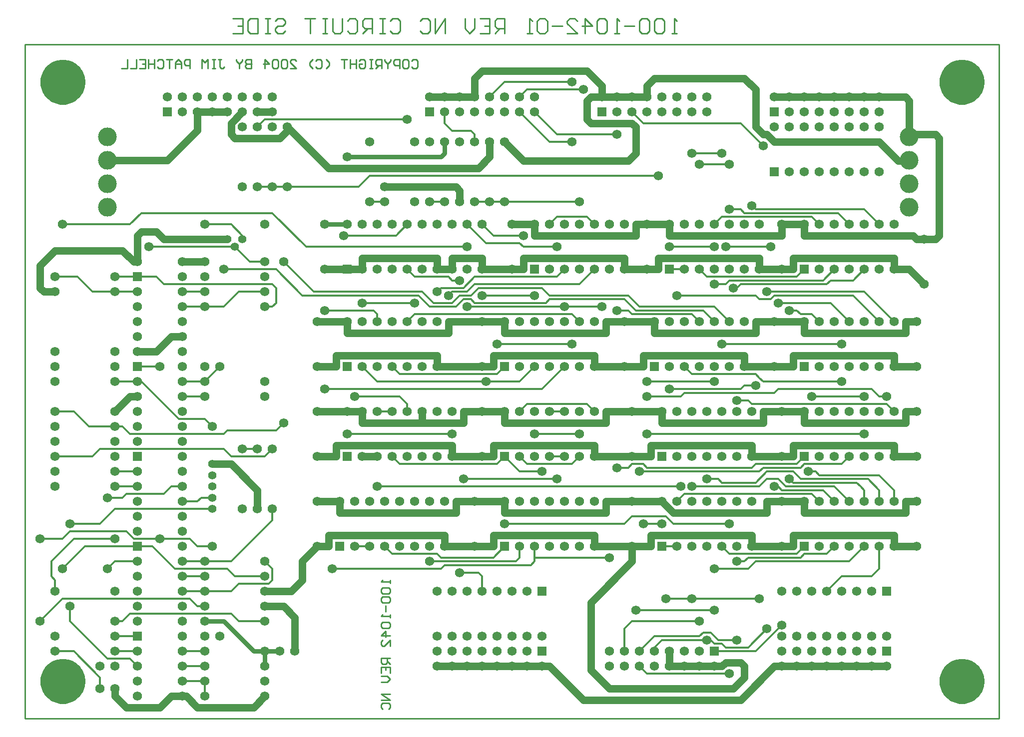
<source format=gbl>
*%FSLAX23Y23*%
*%MOIN*%
G01*
%ADD11C,0.007*%
%ADD12C,0.008*%
%ADD13C,0.010*%
%ADD14C,0.012*%
%ADD15C,0.020*%
%ADD16C,0.024*%
%ADD17C,0.030*%
%ADD18C,0.032*%
%ADD19C,0.036*%
%ADD20C,0.050*%
%ADD21C,0.052*%
%ADD22C,0.055*%
%ADD23C,0.056*%
%ADD24C,0.061*%
%ADD25C,0.062*%
%ADD26C,0.068*%
%ADD27C,0.070*%
%ADD28C,0.090*%
%ADD29C,0.125*%
%ADD30C,0.131*%
%ADD31C,0.140*%
%ADD32C,0.160*%
%ADD33C,0.250*%
%ADD34R,0.062X0.062*%
%ADD35R,0.068X0.068*%
D13*
X10852Y10066D02*
X10885D01*
X10868D02*
X10852D01*
X10868D02*
Y10166D01*
X10869D01*
X10868D02*
X10885Y10149D01*
X10802D02*
X10785Y10166D01*
X10752D01*
X10735Y10149D01*
Y10083D01*
X10752Y10066D01*
X10785D01*
X10802Y10083D01*
Y10149D01*
X10702D02*
X10685Y10166D01*
X10652D01*
X10635Y10149D01*
Y10083D01*
X10652Y10066D01*
X10685D01*
X10702Y10083D01*
Y10149D01*
X10602Y10116D02*
X10535D01*
X10502Y10066D02*
X10468D01*
X10485D01*
Y10166D01*
X10486D01*
X10485D02*
X10502Y10149D01*
X10418D02*
X10402Y10166D01*
X10368D01*
X10352Y10149D01*
Y10083D01*
X10368Y10066D01*
X10402D01*
X10418Y10083D01*
Y10149D01*
X10269Y10166D02*
Y10066D01*
X10319Y10116D02*
X10269Y10166D01*
X10252Y10116D02*
X10319D01*
X10219Y10066D02*
X10152D01*
X10219D02*
X10152Y10133D01*
Y10149D01*
X10169Y10166D01*
X10202D01*
X10219Y10149D01*
X10119Y10116D02*
X10052D01*
X10019Y10149D02*
X10002Y10166D01*
X9969D01*
X9952Y10149D01*
Y10083D01*
X9969Y10066D01*
X10002D01*
X10019Y10083D01*
Y10149D01*
X9919Y10066D02*
X9885D01*
X9902D01*
Y10166D01*
X9903D01*
X9902D02*
X9919Y10149D01*
X9735Y10166D02*
Y10066D01*
Y10166D02*
X9685D01*
X9669Y10149D01*
Y10116D01*
X9685Y10099D01*
X9735D01*
X9702D02*
X9669Y10066D01*
X9635Y10166D02*
X9569D01*
X9635D02*
Y10066D01*
X9569D01*
X9602Y10116D02*
X9635D01*
X9535Y10099D02*
Y10166D01*
Y10099D02*
X9502Y10066D01*
X9469Y10099D01*
Y10166D01*
X9336D02*
Y10066D01*
X9269D02*
X9336Y10166D01*
X9269D02*
Y10066D01*
X9169Y10149D02*
X9186Y10166D01*
X9219D01*
X9236Y10149D01*
Y10083D01*
X9219Y10066D01*
X9186D01*
X9169Y10083D01*
X8986Y10166D02*
X8969Y10149D01*
X8986Y10166D02*
X9019D01*
X9036Y10149D01*
Y10083D01*
X9019Y10066D01*
X8986D01*
X8969Y10083D01*
X8936Y10166D02*
X8902D01*
X8919D01*
Y10066D01*
X8936D01*
X8902D01*
X8852D02*
Y10166D01*
X8802D01*
X8786Y10149D01*
Y10116D01*
X8802Y10099D01*
X8852D01*
X8819D02*
X8786Y10066D01*
X8686Y10149D02*
X8702Y10166D01*
X8736D01*
X8752Y10149D01*
Y10083D01*
X8736Y10066D01*
X8702D01*
X8686Y10083D01*
X8652D02*
Y10166D01*
Y10083D02*
X8636Y10066D01*
X8602D01*
X8586Y10083D01*
Y10166D01*
X8552D02*
X8519D01*
X8536D01*
Y10066D01*
X8552D01*
X8519D01*
X8469Y10166D02*
X8402D01*
X8436D01*
Y10066D01*
X8219Y10166D02*
X8203Y10149D01*
X8219Y10166D02*
X8253D01*
X8269Y10149D01*
Y10133D01*
X8253Y10116D01*
X8219D01*
X8203Y10099D01*
Y10083D01*
X8219Y10066D01*
X8253D01*
X8269Y10083D01*
X8169Y10166D02*
X8136D01*
X8153D01*
Y10066D01*
X8169D01*
X8136D01*
X8086D02*
Y10166D01*
Y10066D02*
X8036D01*
X8019Y10083D01*
Y10149D01*
X8036Y10166D01*
X8086D01*
X7986D02*
X7919D01*
X7986D02*
Y10066D01*
X7919D01*
X7953Y10116D02*
X7986D01*
X8970Y6416D02*
Y6396D01*
Y6406D01*
X8910D01*
X8911D01*
X8910D02*
X8920Y6416D01*
Y6366D02*
X8910Y6356D01*
Y6336D01*
X8920Y6326D01*
X8960D01*
X8970Y6336D01*
Y6356D01*
X8960Y6366D01*
X8920D01*
Y6306D02*
X8910Y6296D01*
Y6276D01*
X8920Y6266D01*
X8960D01*
X8970Y6276D01*
Y6296D01*
X8960Y6306D01*
X8920D01*
X8940Y6246D02*
Y6206D01*
X8970Y6186D02*
Y6166D01*
Y6176D01*
X8910D01*
X8911D01*
X8910D02*
X8920Y6186D01*
Y6136D02*
X8910Y6126D01*
Y6106D01*
X8920Y6096D01*
X8960D01*
X8970Y6106D01*
Y6126D01*
X8960Y6136D01*
X8920D01*
X8910Y6046D02*
X8970D01*
X8940Y6076D02*
X8910Y6046D01*
X8940Y6036D02*
Y6076D01*
X8970Y6016D02*
Y5976D01*
Y6016D02*
X8930Y5976D01*
X8920D01*
X8910Y5986D01*
Y6006D01*
X8920Y6016D01*
X8910Y5896D02*
X8970D01*
X8910D02*
Y5866D01*
X8920Y5856D01*
X8940D01*
X8950Y5866D01*
Y5896D01*
Y5876D02*
X8970Y5856D01*
X8910Y5836D02*
Y5796D01*
Y5836D02*
X8970D01*
Y5796D01*
X8940Y5816D02*
Y5836D01*
X8950Y5776D02*
X8910D01*
X8950D02*
X8970Y5756D01*
X8950Y5736D01*
X8910D01*
Y5656D02*
X8970D01*
Y5616D02*
X8910Y5656D01*
Y5616D02*
X8970D01*
X8920Y5556D02*
X8910Y5566D01*
Y5586D01*
X8920Y5596D01*
X8960D01*
X8970Y5586D01*
Y5566D01*
X8960Y5556D01*
X9115Y9881D02*
X9125Y9891D01*
X9145D01*
X9155Y9881D01*
Y9841D01*
X9145Y9831D01*
X9125D01*
X9115Y9841D01*
X9085Y9891D02*
X9065D01*
X9085D02*
X9095Y9881D01*
Y9841D01*
X9085Y9831D01*
X9065D01*
X9055Y9841D01*
Y9881D01*
X9065Y9891D01*
X9035D02*
Y9831D01*
Y9891D02*
X9005D01*
X8995Y9881D01*
Y9861D01*
X9005Y9851D01*
X9035D01*
X8975Y9881D02*
Y9891D01*
Y9881D02*
X8955Y9861D01*
X8935Y9881D01*
Y9891D01*
X8955Y9861D02*
Y9831D01*
X8915D02*
Y9891D01*
X8885D01*
X8875Y9881D01*
Y9861D01*
X8885Y9851D01*
X8915D01*
X8895D02*
X8875Y9831D01*
X8855Y9891D02*
X8835D01*
X8845D01*
Y9831D01*
X8855D01*
X8835D01*
X8775Y9891D02*
X8765Y9881D01*
X8775Y9891D02*
X8795D01*
X8805Y9881D01*
Y9841D01*
X8795Y9831D01*
X8775D01*
X8765Y9841D01*
Y9861D01*
X8785D01*
X8745Y9891D02*
Y9831D01*
Y9861D01*
X8705D01*
Y9891D01*
Y9831D01*
X8685Y9891D02*
X8645D01*
X8665D01*
Y9831D01*
X8565Y9851D02*
X8545Y9831D01*
X8565Y9851D02*
Y9871D01*
X8545Y9891D01*
X8485D02*
X8475Y9881D01*
X8485Y9891D02*
X8505D01*
X8515Y9881D01*
Y9841D01*
X8505Y9831D01*
X8485D01*
X8475Y9841D01*
X8455Y9831D02*
X8435Y9851D01*
Y9871D01*
X8455Y9891D01*
X8345Y9831D02*
X8305D01*
X8345D02*
X8305Y9871D01*
Y9881D01*
X8315Y9891D01*
X8335D01*
X8345Y9881D01*
X8285D02*
X8275Y9891D01*
X8255D01*
X8245Y9881D01*
Y9841D01*
X8255Y9831D01*
X8275D01*
X8285Y9841D01*
Y9881D01*
X8225D02*
X8215Y9891D01*
X8195D01*
X8185Y9881D01*
Y9841D01*
X8195Y9831D01*
X8215D01*
X8225Y9841D01*
Y9881D01*
X8135Y9891D02*
Y9831D01*
X8165Y9861D02*
X8135Y9891D01*
X8125Y9861D02*
X8165D01*
X8045Y9891D02*
Y9831D01*
X8015D01*
X8005Y9841D01*
Y9851D01*
X8015Y9861D01*
X8045D01*
X8046D01*
X8045D02*
X8046D01*
X8045D02*
X8046D01*
X8045D02*
X8015D01*
X8005Y9871D01*
Y9881D01*
X8015Y9891D01*
X8045D01*
X7985D02*
Y9881D01*
X7965Y9861D01*
X7945Y9881D01*
Y9891D01*
X7965Y9861D02*
Y9831D01*
X7845Y9891D02*
X7825D01*
X7835D02*
X7845D01*
X7835D02*
Y9841D01*
X7845Y9831D01*
X7855D01*
X7865Y9841D01*
X7805Y9891D02*
X7785D01*
X7795D01*
Y9831D01*
X7805D01*
X7785D01*
X7755D02*
Y9891D01*
X7735Y9871D01*
X7715Y9891D01*
Y9831D01*
X7635D02*
Y9891D01*
X7606D01*
X7596Y9881D01*
Y9861D01*
X7606Y9851D01*
X7635D01*
X7576Y9831D02*
Y9871D01*
X7556Y9891D01*
X7536Y9871D01*
Y9831D01*
Y9861D01*
X7576D01*
X7516Y9891D02*
X7476D01*
X7496D01*
Y9831D01*
X7426Y9891D02*
X7416Y9881D01*
X7426Y9891D02*
X7446D01*
X7456Y9881D01*
Y9841D01*
X7446Y9831D01*
X7426D01*
X7416Y9841D01*
X7396Y9831D02*
Y9891D01*
Y9861D02*
Y9831D01*
Y9861D02*
X7356D01*
Y9891D01*
Y9831D01*
X7336Y9891D02*
X7296D01*
X7336D02*
Y9831D01*
X7296D01*
X7316Y9861D02*
X7336D01*
X7276Y9891D02*
Y9831D01*
X7236D01*
X7216D02*
Y9891D01*
Y9831D02*
X7176D01*
X13035Y9991D02*
Y5491D01*
X6535D02*
Y9991D01*
Y5491D02*
X13035D01*
Y9991D02*
X6535D01*
D14*
X9985Y7691D02*
X10135Y7841D01*
X11485Y6091D02*
X11360Y5966D01*
X6785Y6291D02*
X6635Y6141D01*
X7910Y6541D02*
X8185Y6816D01*
X6860Y6691D02*
X6710Y6541D01*
X6785Y6491D02*
X6935Y6641D01*
X11410Y5941D02*
X11585Y6116D01*
X8460Y8341D02*
X8260Y8541D01*
X8410Y8641D02*
X8185Y8866D01*
X9835Y9541D02*
X10035Y9341D01*
X8385Y8316D02*
X8210Y8491D01*
X12135Y8341D02*
X12335Y8141D01*
X12235D02*
X12060Y8316D01*
X11910Y8266D02*
X12035Y8141D01*
X7560Y7491D02*
X7310Y7741D01*
X6835Y6141D02*
X7085Y5891D01*
X7035Y5766D02*
X6860Y5941D01*
X9610Y8666D02*
X9485Y8791D01*
X10085Y9391D02*
X9935Y9541D01*
X7735Y5741D02*
X7585D01*
Y5841D02*
X7735D01*
X10685Y5791D02*
X11235D01*
X6735Y6341D02*
Y6416D01*
X6710Y6441D02*
Y6541D01*
X6835Y6241D02*
Y6141D01*
X6785Y6691D02*
X6835Y6741D01*
X6710Y6441D02*
X6735Y6416D01*
X6960Y7441D02*
X6860Y7541D01*
X6985Y8341D02*
X6885Y8441D01*
X10785Y6016D02*
X11085D01*
X11110D01*
X11135Y5991D02*
X11185D01*
X11210Y5966D02*
X11360D01*
X7235Y5891D02*
X7085D01*
X6860Y5941D02*
X6735D01*
X7585D02*
X7735D01*
X7285Y6041D02*
X7135D01*
Y5941D02*
X7285D01*
X11160Y6016D02*
X11285D01*
X11035Y6041D02*
X10735D01*
X11135Y5941D02*
X11410D01*
X7035Y5766D02*
Y5691D01*
X7085Y6491D02*
X7135Y6541D01*
X6985Y7241D02*
X7035Y7291D01*
X7135Y6891D02*
X7035Y6791D01*
X7685Y6241D02*
X7735D01*
X7960Y6141D02*
X8135D01*
X7185D02*
X7135D01*
X7235Y6191D02*
X7910D01*
X10585Y6141D02*
X11035D01*
X11060Y6066D02*
X11110D01*
X11135Y6216D02*
X10610D01*
X7310Y8866D02*
X7235Y8791D01*
X7210Y6991D02*
X7185Y6966D01*
X7235Y6191D02*
X7185Y6141D01*
X7235Y7391D02*
X7185Y7441D01*
X7210Y6741D02*
X7260Y6691D01*
X7235Y5891D02*
X7285Y5841D01*
X10985Y6291D02*
X11435D01*
X7635D02*
X6785D01*
X7735Y6341D02*
X7910D01*
X7735D02*
X7585D01*
X7960Y6391D02*
X8160D01*
X8135Y6441D02*
X7935D01*
X11985D02*
X12185D01*
X7735D02*
X7585D01*
X10810Y6291D02*
X10985D01*
X7510Y7041D02*
X7460Y6991D01*
X7385Y6641D02*
X7435Y6591D01*
X7535Y6491D01*
X7460Y8391D02*
X7410Y8441D01*
X7685Y6641D02*
X7785D01*
X10785D02*
X10885D01*
X8835D02*
X8735D01*
X8985Y6591D02*
X9285D01*
X9310Y6566D02*
X9660D01*
X9810Y6541D02*
X9235D01*
X9935Y6566D02*
X10435D01*
X9910Y6516D02*
X9860D01*
X9835D01*
X9335D01*
X9310Y6491D02*
X8585D01*
X9435Y6466D02*
X9560D01*
X7910Y6541D02*
X7735D01*
X7585D01*
X7285D02*
X7135D01*
X7285Y6641D02*
X7385D01*
X7285D02*
X6935D01*
X7535Y6491D02*
X7885D01*
X11235Y6591D02*
X11685D01*
X11735D02*
X11885D01*
X11710Y6566D02*
X11360D01*
X11335Y6541D02*
X11285D01*
X11410D02*
X12035D01*
X11360Y6491D02*
X11135D01*
X7710Y6966D02*
X7685Y6941D01*
X7635Y6691D02*
X7685Y6641D01*
X7635Y6291D02*
X7685Y6241D01*
X10860Y6791D02*
X11235D01*
X10535D02*
X9735D01*
X10660D02*
X10785D01*
X7635Y6691D02*
X7435D01*
X6785D02*
X6635D01*
X7260D02*
X7635D01*
X7210Y6741D02*
X6835D01*
X6860Y6691D02*
X7135D01*
X7035Y6791D02*
X6835D01*
X7735Y5741D02*
Y5641D01*
X7860Y7391D02*
X7885Y7416D01*
X7860Y8241D02*
X7960Y8341D01*
X7835Y7841D02*
X7735Y7741D01*
Y7491D02*
X7785Y7441D01*
X7860Y7291D02*
X7910Y7241D01*
X10585Y6841D02*
X10810D01*
X7185Y6966D02*
X7085D01*
X7210Y6991D02*
X7460D01*
X10935D02*
X11785D01*
X7685Y6941D02*
X7585D01*
X7710Y6966D02*
X7785D01*
Y6891D02*
X7135D01*
X11585Y7016D02*
X11860D01*
X7985Y8691D02*
Y8716D01*
X7960Y6391D02*
X7910Y6341D01*
Y6191D02*
X7960Y6141D01*
X7935Y6441D02*
X7885Y6491D01*
X7985Y8716D02*
X7910Y8791D01*
X7935Y8641D02*
X8035Y8541D01*
X9460Y7091D02*
X10085D01*
X10185Y7191D02*
X9885D01*
X9835Y7141D02*
X9985D01*
X10910Y7041D02*
X8885D01*
X11735Y7191D02*
X11985D01*
X11710Y7166D02*
X11460D01*
X11760Y7141D02*
X11810D01*
X11835Y7116D02*
X12235D01*
X10560Y7166D02*
X10485D01*
X10585Y7191D02*
X10660D01*
X10685Y7166D02*
X11385D01*
X11410Y7191D02*
X11685D01*
X11435Y7141D02*
X10635D01*
X9685Y7191D02*
X9035D01*
X7585Y7041D02*
X7510D01*
X11660Y7066D02*
X12085D01*
X11935Y7041D02*
X11610D01*
X11560Y7091D02*
X11485D01*
X11435Y7041D02*
X10985D01*
X11710Y7091D02*
X12160D01*
X11660Y7141D02*
X11485D01*
X11410Y7066D02*
X11185D01*
X11160Y7091D02*
X11085D01*
X7285Y7041D02*
X7135D01*
Y7141D02*
X7285D01*
X11535Y7041D02*
X11560D01*
X8185Y6891D02*
Y6816D01*
Y6491D02*
Y6416D01*
X8210Y8266D02*
Y8366D01*
X8260Y7466D02*
X8210Y7416D01*
X8085Y9441D02*
X8135Y9491D01*
X8185Y6416D02*
X8160Y6391D01*
X8135Y7241D02*
X8185Y7291D01*
Y8241D02*
X8210Y8266D01*
X8135Y6541D02*
X8185Y6491D01*
X8210Y8366D02*
X8185Y8391D01*
X7860Y7391D02*
X7235D01*
X7885Y7416D02*
X8210D01*
X9935Y7391D02*
X10235D01*
X10135Y7241D02*
X10035D01*
X9385Y7391D02*
X8685D01*
X8085Y7291D02*
X7985D01*
X6985Y7241D02*
X6735D01*
X7910D02*
X8135D01*
X7860Y7291D02*
X7035D01*
X10685Y7391D02*
X12135D01*
X7185Y7441D02*
X7135D01*
X6960D01*
X9885Y7591D02*
X10285D01*
X10135Y7541D02*
X10035D01*
X8985D02*
X8885D01*
X7735Y7491D02*
X7560D01*
X6860Y7541D02*
X6735D01*
X11285Y7616D02*
X11360D01*
X11385Y7591D02*
X12285D01*
X9985Y7691D02*
X8535D01*
X11335Y7716D02*
X11410D01*
X9835Y7741D02*
X9610D01*
X9835D02*
X8885D01*
X10835Y7691D02*
X11310D01*
Y7666D02*
X10935D01*
X11310D02*
X11360D01*
X11135Y7741D02*
X10685D01*
X10985Y7791D02*
X11410D01*
X11460Y7741D02*
X11985D01*
X10910Y7641D02*
X10685D01*
X11360Y7666D02*
X11535D01*
X11560Y7691D02*
X12185D01*
X12235Y7641D02*
X12285D01*
X9685Y7791D02*
X9035D01*
Y7641D02*
X8735D01*
X7310Y7741D02*
X7285D01*
X7135D01*
X7585Y7641D02*
X7735D01*
Y7741D02*
X7585D01*
X11785Y7641D02*
X12135D01*
X8835Y9116D02*
X8760Y9041D01*
X8860Y8216D02*
X8885Y8191D01*
X8785Y7841D02*
X8885Y7741D01*
X9685Y7991D02*
X10185D01*
X7435Y7841D02*
X7285D01*
X11185Y7991D02*
X11985D01*
X8885Y8141D02*
Y8191D01*
X9010Y8716D02*
X9085Y8791D01*
X8935Y6641D02*
X8985Y6591D01*
X9035Y7791D02*
X8985Y7841D01*
Y7241D02*
X9035Y7191D01*
X9085Y7591D02*
X9035Y7641D01*
X9135Y8191D02*
X10185D01*
X11710D02*
X11785D01*
X10985D02*
X10585D01*
X9085Y7591D02*
Y7541D01*
Y8141D02*
X9135Y8191D01*
X9260Y8266D02*
X9185Y8341D01*
X9160Y8316D02*
X9235Y8241D01*
X9135Y8441D02*
X9085Y8491D01*
X9560Y8366D02*
X9985D01*
X10035Y8316D02*
X10560D01*
X10635Y8241D02*
X11135D01*
X9185Y8341D02*
X8460D01*
X9260Y8266D02*
X9385D01*
X9435Y8316D02*
X9510D01*
X9485Y8341D02*
X9385D01*
X9535Y8391D02*
X10235D01*
X9935Y8316D02*
X9585D01*
X9160D02*
X8385D01*
X9235Y8241D02*
X9410D01*
X9460Y8291D02*
X9510D01*
X8835Y8266D02*
X8785D01*
X8860Y8216D02*
X8535D01*
X10485D02*
X10560D01*
X10385Y8241D02*
X10135D01*
X9485D01*
X9535Y8266D02*
X10010D01*
X10035Y8291D02*
X10535D01*
X10610Y8216D02*
X11060D01*
X10885Y8316D02*
X11410D01*
X11435Y8291D02*
X11510D01*
X11535Y8316D02*
X11560D01*
X12060D01*
X12135Y8341D02*
X11485D01*
X11560Y8266D02*
X11910D01*
X11685Y8216D02*
X11635D01*
X11210Y8391D02*
X11135D01*
X11310D02*
X11885D01*
X11285Y8366D02*
X11260D01*
X7735Y8341D02*
X7585D01*
X7960D02*
X8135D01*
X7735Y8241D02*
X7585D01*
X7735D02*
X7860D01*
X7285Y8341D02*
X7135D01*
X6985D01*
X7460Y8391D02*
X8185D01*
Y8241D02*
X8135D01*
X8835Y8266D02*
X9135D01*
X9310Y8366D02*
X9460D01*
X9335Y9466D02*
Y9541D01*
X9435Y8316D02*
X9385Y8266D01*
X9360Y8316D02*
X9385Y8341D01*
X9460Y8291D02*
X9410Y8241D01*
X9335Y6516D02*
X9310Y6491D01*
X9285Y8341D02*
X9310Y8366D01*
X9360Y8441D02*
X9385Y8416D01*
X9285Y6591D02*
X9310Y6566D01*
X9385Y9416D02*
X9335Y9466D01*
X10835Y8491D02*
X10935D01*
X10085Y8441D02*
X9535D01*
X9435Y8416D02*
X9385D01*
X9360Y8441D02*
X9135D01*
X8210Y8491D02*
X7860D01*
X11085Y8441D02*
X11685D01*
X11860Y8416D02*
X11235D01*
X11910D02*
X12060D01*
X6885Y8441D02*
X6735D01*
X8035Y8541D02*
X8135D01*
X7285Y8441D02*
X7135D01*
X7285D02*
X7410D01*
X9585Y6441D02*
Y6341D01*
X9535Y9341D02*
Y9391D01*
X9560Y8366D02*
X9510Y8316D01*
X9485Y8341D02*
X9535Y8391D01*
Y8441D02*
X9460Y8366D01*
X9635Y9641D02*
X9735Y9741D01*
X9510Y8291D02*
X9535Y8266D01*
X9560Y6466D02*
X9585Y6441D01*
X9535Y9391D02*
X9510Y9416D01*
X9635Y8741D02*
X9660Y8716D01*
X9635Y8741D02*
X9585Y8791D01*
X7235D02*
X6785D01*
X8410Y8641D02*
X9485D01*
X7910Y8791D02*
X7835D01*
X7735D01*
X7935Y8641D02*
X7360D01*
X8660Y8716D02*
X9010D01*
X9660D02*
X9860D01*
X9835Y8666D02*
X9610D01*
X9860Y8641D02*
X10085D01*
X10835D02*
X11135D01*
X11210D02*
X11510D01*
X9835Y6641D02*
Y6566D01*
Y7741D02*
X9935Y7841D01*
X9835Y9641D02*
X9885Y9691D01*
X9735Y7241D02*
X9685Y7191D01*
X9835Y7541D02*
X9885Y7591D01*
X9735Y6641D02*
X9660Y6566D01*
X9810Y6541D02*
X9835Y6566D01*
X9685Y7791D02*
X9735Y7841D01*
X9835Y7241D02*
X9885Y7191D01*
X9835Y7141D02*
X9735Y7241D01*
X9860Y8641D02*
X9835Y8666D01*
X8185Y8866D02*
X7310D01*
X8835Y8941D02*
X8935D01*
X9235D02*
X9335D01*
X11185Y8841D02*
X11785D01*
X11960Y8866D02*
X11335D01*
X11310Y8891D02*
X11235D01*
X11410D02*
X12135D01*
X10285Y8841D02*
X10085D01*
X10235Y8941D02*
X9735D01*
X9635D02*
X9535D01*
X9635D02*
X9735D01*
X9935Y6641D02*
Y6566D01*
Y6541D01*
X10010Y8266D02*
X10035Y8291D01*
X9935Y6541D02*
X9910Y6516D01*
X10035Y8791D02*
X10085Y8841D01*
X9985Y8366D02*
X10035Y8316D01*
X8185Y9041D02*
X8085D01*
X8835Y9116D02*
X10760D01*
X8285Y9041D02*
X8185D01*
X8285D02*
X8760D01*
X10085Y8441D02*
X10135Y8491D01*
X10235Y7241D02*
X10185Y7191D01*
X10235Y8141D02*
X10185Y8191D01*
X10060Y9341D02*
X10035D01*
X10060D02*
X10185D01*
X11035Y9191D02*
X11235D01*
X11185Y9266D02*
X10985D01*
X10335Y8491D02*
X10235Y8391D01*
X10285Y7591D02*
X10335Y7541D01*
Y8791D02*
X10285Y8841D01*
X10660Y9466D02*
X11310D01*
X9085Y9491D02*
X8135D01*
X9385Y9416D02*
X9510D01*
X10085Y9391D02*
X10485D01*
X10535Y6091D02*
Y5941D01*
Y6791D02*
X10585Y6841D01*
X10560Y7166D02*
X10585Y7191D01*
Y6141D02*
X10535Y6091D01*
X10635Y8241D02*
X10560Y8316D01*
X10535Y8291D02*
X10610Y8216D01*
X10660Y9466D02*
X10585Y9541D01*
X10560Y8216D02*
X10585Y8191D01*
X10185Y9741D02*
X9735D01*
X9885Y9691D02*
X10260D01*
X10735Y5966D02*
Y5941D01*
Y5966D02*
X10785Y6016D01*
X10735Y6041D02*
X10635Y5941D01*
X10860Y6791D02*
X10810Y6841D01*
X10685Y7166D02*
X10660Y7191D01*
X10635Y5841D02*
X10685Y5791D01*
X10910Y7641D02*
X10935Y7666D01*
Y6991D02*
X10885Y6941D01*
X10985Y7791D02*
X10935Y7841D01*
X11035Y8141D02*
X10985Y8191D01*
X11135Y8791D02*
X11185Y8841D01*
X11235Y8416D02*
X11210Y8391D01*
X11060Y6066D02*
X11035Y6041D01*
X11235Y8141D02*
X11135Y8241D01*
X11060Y8216D02*
X11135Y8141D01*
X11110Y6016D02*
X11135Y5991D01*
X11185D02*
X11210Y5966D01*
X11085Y8441D02*
X11035Y8491D01*
X11185Y6641D02*
X11235Y6591D01*
X11185Y7066D02*
X11160Y7091D01*
X11135Y6041D02*
X11160Y6016D01*
X11135Y6041D02*
X11110Y6066D01*
X11310Y7691D02*
X11335Y7716D01*
X11410Y7191D02*
X11385Y7166D01*
X11285Y8366D02*
X11310Y8391D01*
X11360Y6566D02*
X11335Y6541D01*
X11360Y6491D02*
X11410Y6541D01*
Y9366D02*
X11310Y9466D01*
Y8891D02*
X11335Y8866D01*
X11385Y8916D02*
X11410Y8891D01*
X11360Y7616D02*
X11385Y7591D01*
X11510Y8291D02*
X11535Y8316D01*
X11460Y7166D02*
X11435Y7141D01*
X11535Y7666D02*
X11560Y7691D01*
X11485Y7091D02*
X11435Y7041D01*
X11410Y7066D02*
X11485Y7141D01*
X11435Y8291D02*
X11410Y8316D01*
Y7791D02*
X11435Y7766D01*
X11460Y7741D01*
X11560Y7091D02*
X11610Y7041D01*
X11460Y9316D02*
X11410Y9366D01*
X11560Y7041D02*
X11585Y7016D01*
X11710Y7166D02*
X11735Y7191D01*
X11685D02*
X11735Y7241D01*
X11685Y8441D02*
X11735Y8491D01*
Y6641D02*
X11685Y6591D01*
X11710Y6566D02*
X11735Y6591D01*
X11835Y8141D02*
X11785Y8191D01*
X11710D02*
X11685Y8216D01*
X11835Y8791D02*
X11785Y8841D01*
X11635Y7091D02*
X11660Y7066D01*
X11785Y6991D02*
X11835Y6941D01*
X11710Y7091D02*
X11660Y7141D01*
X11985Y7191D02*
X12035Y7241D01*
X11860Y8416D02*
X11935Y8491D01*
X11910Y8416D02*
X11885Y8391D01*
X11985Y6441D02*
X11885Y6341D01*
Y6591D02*
X11935Y6641D01*
X11835Y7116D02*
X11810Y7141D01*
X12035Y8791D02*
X11960Y8866D01*
X11860Y7016D02*
X11935Y6941D01*
Y7041D02*
X12035Y6941D01*
X12135D02*
Y7016D01*
X12060Y8416D02*
X12135Y8491D01*
X12235Y6491D02*
X12185Y6441D01*
X12035Y6541D02*
X12135Y6641D01*
X12235Y7641D02*
X12185Y7691D01*
X12235Y8791D02*
X12135Y8891D01*
X12110Y7041D02*
X12135Y7016D01*
X12110Y7041D02*
X12085Y7066D01*
X12160Y7091D02*
X12235Y7016D01*
X12335D02*
Y6941D01*
X12235Y6641D02*
Y6491D01*
Y6941D02*
Y7016D01*
Y7116D02*
X12335Y7016D01*
Y7541D02*
X12285Y7591D01*
D17*
X9335Y9266D02*
X9310Y9241D01*
X7860Y6141D02*
X8060Y5941D01*
X8135D01*
X8235D01*
X7860Y6141D02*
X7735D01*
X8135Y5941D02*
Y5841D01*
X9335Y9266D02*
Y9341D01*
X8685Y8791D02*
X8535D01*
X8685Y9241D02*
X9310D01*
D20*
X8135Y5641D02*
X8060Y5566D01*
X8235Y9366D02*
X8285Y9416D01*
X9535Y9766D02*
X9585Y9816D01*
X7510Y8041D02*
X7410Y7941D01*
X7485Y9219D02*
X7685Y9419D01*
X7910Y9466D02*
X7985Y9541D01*
X7510Y5641D02*
X7435Y5566D01*
X12610Y8691D02*
X12635Y8716D01*
X10610Y9266D02*
X10560Y9216D01*
X10285Y9616D02*
X10310Y9641D01*
X7235Y7641D02*
X7135Y7541D01*
X6635Y8516D02*
X6735Y8616D01*
X8385Y6416D02*
X8310Y6341D01*
X8385Y6541D02*
X8485Y6641D01*
X11310Y5616D02*
X11535Y5841D01*
X11210Y5866D02*
X11185Y5841D01*
X11260Y5691D02*
X11335Y5766D01*
X10585Y6541D02*
X10310Y6266D01*
X7310Y8741D02*
X7285Y8716D01*
X10685Y9716D02*
X10735Y9766D01*
X9635Y9241D02*
X9560Y9166D01*
X7610Y5641D02*
X7685Y5566D01*
X8560Y9166D02*
X8285Y9441D01*
X9410Y9041D02*
X9435Y9016D01*
X10285Y9816D02*
X10385Y9716D01*
X10785Y6941D02*
X10860Y6866D01*
X8335Y6166D02*
X8260Y6241D01*
X8085Y7016D02*
X7910Y7191D01*
X7935Y9366D02*
X7910Y9391D01*
X7135Y5641D02*
X7210Y5566D01*
X12610Y9391D02*
X12635Y9366D01*
X12435Y9616D02*
X12410Y9641D01*
X12460Y8716D02*
X12485Y8691D01*
X12435Y8491D02*
X12535Y8391D01*
X10610Y9441D02*
X10585Y9466D01*
X10310D02*
X10285Y9491D01*
X9860Y9216D02*
X9735Y9341D01*
X6660Y8341D02*
X6635Y8366D01*
X10035Y5841D02*
X10260Y5616D01*
X11310Y5866D02*
X11335Y5841D01*
X10435Y5691D02*
X10310Y5816D01*
X7460Y8691D02*
X7410Y8741D01*
X7260Y8541D02*
X7185Y8616D01*
X11335Y9766D02*
X11410Y9691D01*
Y9441D02*
X11460Y9391D01*
X11485D02*
X11535Y9341D01*
X12235D02*
X12360Y9216D01*
X7610Y5641D02*
X7585D01*
X7685Y5566D02*
X8060D01*
X7585Y5641D02*
X7510D01*
X7435Y5566D02*
X7210D01*
X10260Y5616D02*
X11310D01*
X6635Y8366D02*
Y8516D01*
X9685Y5841D02*
X9785D01*
X9885D01*
X11585D02*
X11685D01*
X10935D02*
X10835D01*
X10935D02*
X11035D01*
X11135D01*
X9485D02*
X9385D01*
X9285D01*
X9485D02*
X9585D01*
X9685D01*
X9885D02*
X9985D01*
X11685D02*
X11785D01*
X11885D01*
X11985D01*
X12085D01*
X12185D01*
X12285D01*
X11585D02*
X11535D01*
X10035D02*
X9785D01*
X11135D02*
X11185D01*
X11260Y5691D02*
X10435D01*
X11210Y5866D02*
X11310D01*
X8260Y6241D02*
X8135D01*
X7135Y5691D02*
Y5641D01*
X7285Y8541D02*
Y8716D01*
X8135Y6341D02*
X8310D01*
X9335Y6641D02*
X9535D01*
X9660D01*
X10335D02*
X10585D01*
X10710D01*
X11385D02*
X11585D01*
X11660D01*
X12335D02*
X12485D01*
X8560D02*
X8485D01*
X7685Y9419D02*
Y9541D01*
X8560Y6716D02*
X9335D01*
X9660D02*
X10335D01*
X10710D02*
X11385D01*
X11660D02*
X12335D01*
X11485Y6866D02*
X10860D01*
X11585Y6941D02*
X11735D01*
X12410D02*
X12485D01*
X12410Y6866D02*
X11735D01*
X11585Y6941D02*
X11485D01*
X10785D02*
X10585D01*
X10410D01*
X9735D02*
X9535D01*
X9735Y6866D02*
X10410D01*
X9535Y6941D02*
X9410D01*
X8635D02*
X8485D01*
X8635Y6866D02*
X9410D01*
X7910Y9391D02*
Y9466D01*
Y7191D02*
X7785D01*
X8085Y7016D02*
Y6891D01*
X8785Y7241D02*
X8885D01*
X9385D02*
X9585D01*
X8610D02*
X8485D01*
X8610Y7316D02*
X9385D01*
X9585Y7241D02*
X9660D01*
X10335D02*
X10585D01*
X10335Y7316D02*
X9660D01*
X10585Y7241D02*
X10710D01*
X11385D02*
X11585D01*
X11385Y7316D02*
X10710D01*
X11585Y7241D02*
X11660D01*
X12335D02*
X12485D01*
X12335Y7316D02*
X11660D01*
X8285Y9416D02*
Y9441D01*
X8385Y6541D02*
Y6416D01*
X8335Y6166D02*
Y5941D01*
X8685Y7541D02*
X8785D01*
X11585D02*
X11735D01*
X12410D02*
X12485D01*
X12410Y7466D02*
X11735D01*
X11585Y7541D02*
X11460D01*
X10785D02*
X10585D01*
X10785Y7466D02*
X11460D01*
X9735Y7541D02*
X9585D01*
X9460D01*
Y7466D02*
X9185D01*
X10410Y7541D02*
X10585D01*
X10410Y7466D02*
X9735D01*
X9185D02*
X8785D01*
X8685Y7541D02*
X8485D01*
X8610Y7841D02*
Y7916D01*
Y7316D02*
Y7241D01*
X8635Y6941D02*
Y6866D01*
X8560Y6716D02*
Y6641D01*
X7285Y7641D02*
X7235D01*
X8785Y8491D02*
Y8566D01*
Y7541D02*
Y7466D01*
X8685Y8066D02*
Y8141D01*
X7410Y7941D02*
X7285D01*
X9285Y7841D02*
X9585D01*
X8610D02*
X8485D01*
X8610Y7916D02*
X9285D01*
X9585Y7841D02*
X9660D01*
X10335D02*
X10535D01*
X10335Y7916D02*
X9660D01*
X10535Y7841D02*
X10660D01*
X11335D02*
X11535D01*
X11335Y7916D02*
X10660D01*
X11535Y7841D02*
X11660D01*
X12335D02*
X12485D01*
X12335Y7916D02*
X11660D01*
X7585Y8041D02*
X7510D01*
X11535Y8141D02*
X11735D01*
X12410D02*
X12485D01*
X12410Y8066D02*
X11735D01*
X11535Y8141D02*
X11410D01*
X10735D02*
X10535D01*
X10735Y8066D02*
X11410D01*
X10535Y8141D02*
X10410D01*
X9735D02*
X9585D01*
X9735Y8066D02*
X10410D01*
X9585Y8141D02*
X9360D01*
X8685D02*
X8485D01*
X8685Y8066D02*
X9360D01*
X9185Y7541D02*
Y7466D01*
X6735Y8341D02*
X6660D01*
X9435Y8941D02*
Y9016D01*
X9285Y8566D02*
Y8491D01*
X9385D02*
Y8566D01*
X9360Y8141D02*
Y8066D01*
X9285Y7916D02*
Y7841D01*
X9385Y7316D02*
Y7241D01*
X9410Y6941D02*
Y6866D01*
X9335Y6716D02*
Y6641D01*
X9285Y8566D02*
X8785D01*
Y8491D02*
X8685D01*
X8535D01*
X9285D02*
X9385D01*
X9585D02*
X9785D01*
X9585Y8566D02*
X9385D01*
X9785Y8491D02*
X9860D01*
X10535D02*
X10685D01*
X10535Y8566D02*
X9860D01*
X10685Y8491D02*
X10760D01*
X11435D02*
X11585D01*
X11435Y8566D02*
X10760D01*
X11585Y8491D02*
X11660D01*
X12335D02*
X12435D01*
X12335Y8566D02*
X11660D01*
X7735Y8541D02*
X7585D01*
X7285D02*
X7260D01*
X9635Y9241D02*
Y9341D01*
X9535Y9641D02*
Y9766D01*
X9585Y8566D02*
Y8491D01*
X9460Y7541D02*
Y7466D01*
X12535Y8691D02*
X12610D01*
X12535D02*
X12485D01*
X11735Y8791D02*
X11585D01*
X11735Y8716D02*
X12460D01*
X10835Y8791D02*
X10685D01*
X10835Y8716D02*
X11585D01*
X10685Y8791D02*
X10610D01*
X9935D02*
X9785D01*
X9935Y8716D02*
X10610D01*
X7185Y8616D02*
X6735D01*
X7310Y8741D02*
X7410D01*
X7460Y8691D02*
X7885D01*
X9735Y8141D02*
Y8091D01*
Y8066D01*
X9660Y7916D02*
Y7841D01*
X9735Y7541D02*
Y7466D01*
X9660Y7316D02*
Y7241D01*
X9735Y6941D02*
Y6866D01*
X9660Y6716D02*
Y6641D01*
X9935Y8716D02*
Y8791D01*
X9860Y8566D02*
Y8491D01*
X9410Y9041D02*
X8935D01*
X8560Y9166D02*
X9560D01*
X7485Y9219D02*
X7085D01*
X8210Y9366D02*
X8235D01*
X8210D02*
X7935D01*
X9860Y9216D02*
X10560D01*
X11535Y9341D02*
X12235D01*
X12360Y9216D02*
X12435D01*
X10410Y8141D02*
Y8066D01*
X10335Y7916D02*
Y7841D01*
X10410Y7541D02*
Y7466D01*
X10335Y7316D02*
Y7241D01*
X10410Y6941D02*
Y6866D01*
X10335Y6716D02*
Y6641D01*
X10285Y9491D02*
Y9616D01*
X10385Y9641D02*
Y9716D01*
X10310Y6266D02*
Y5816D01*
X7785Y9541D02*
X7685D01*
X7785D02*
X7885D01*
X8085D02*
X8185D01*
X12435Y9391D02*
X12610D01*
X10585Y9466D02*
X10310D01*
X11460Y9391D02*
X11485D01*
X10610Y8791D02*
Y8716D01*
X10535Y8566D02*
Y8491D01*
X10610Y9266D02*
Y9441D01*
X10585Y6641D02*
Y6541D01*
X9535Y9641D02*
X9435D01*
X9335D02*
X9235D01*
X9335D02*
X9435D01*
X12235D02*
X12410D01*
X12235D02*
X12135D01*
X12035D01*
X11935D01*
X11835D01*
X11735D01*
X11635D01*
X11535D01*
X10585D02*
X10485D01*
X10585D02*
X10685D01*
X10485D02*
X10385D01*
X10310D01*
X10735Y9766D02*
X11335D01*
X10760Y8566D02*
Y8491D01*
X10735Y8141D02*
Y8066D01*
X10660Y7916D02*
Y7841D01*
X10785Y7541D02*
Y7466D01*
X10710Y7316D02*
Y7241D01*
Y6716D02*
Y6641D01*
X10685Y9641D02*
Y9716D01*
X10285Y9816D02*
X9585D01*
X10835Y5941D02*
Y5841D01*
Y8716D02*
Y8791D01*
X11335Y7916D02*
Y7841D01*
X11385Y7316D02*
Y7241D01*
Y6716D02*
Y6641D01*
X11335Y5841D02*
Y5766D01*
X11585Y8716D02*
Y8791D01*
X11435Y8566D02*
Y8491D01*
X11410Y8141D02*
Y8066D01*
X11460Y7541D02*
Y7466D01*
X11485Y6941D02*
Y6866D01*
X11410Y9441D02*
Y9691D01*
X11735Y6941D02*
Y6866D01*
Y8716D02*
Y8791D01*
X11660Y8566D02*
Y8491D01*
X11735Y8141D02*
Y8066D01*
X11660Y7916D02*
Y7841D01*
X11735Y7541D02*
Y7466D01*
X11660Y7316D02*
Y7241D01*
Y6716D02*
Y6641D01*
X12335Y8491D02*
Y8566D01*
Y7916D02*
Y7841D01*
Y7316D02*
Y7241D01*
Y6716D02*
Y6641D01*
X12435Y9375D02*
Y9391D01*
Y9366D02*
Y9616D01*
Y9375D02*
Y9366D01*
X12410Y8141D02*
Y8066D01*
Y7541D02*
Y7466D01*
Y6941D02*
Y6866D01*
X12635Y8716D02*
Y9366D01*
X12660Y9741D02*
X12661D01*
X12660D02*
X12660Y9731D01*
X12662Y9721D01*
X12664Y9711D01*
X12666Y9701D01*
X12670Y9692D01*
X12674Y9683D01*
X12679Y9674D01*
X12685Y9666D01*
X12691Y9658D01*
X12698Y9651D01*
X12706Y9644D01*
X12714Y9638D01*
X12722Y9633D01*
X12731Y9628D01*
X12741Y9624D01*
X12750Y9621D01*
X12760Y9619D01*
X12770Y9617D01*
X12780Y9616D01*
X12790D01*
X12800Y9617D01*
X12810Y9619D01*
X12820Y9621D01*
X12829Y9624D01*
X12839Y9628D01*
X12848Y9633D01*
X12856Y9638D01*
X12864Y9644D01*
X12872Y9651D01*
X12879Y9658D01*
X12885Y9666D01*
X12891Y9674D01*
X12896Y9683D01*
X12900Y9692D01*
X12904Y9701D01*
X12906Y9711D01*
X12908Y9721D01*
X12910Y9731D01*
X12910Y9741D01*
X12911D01*
X12910D02*
X12910Y9751D01*
X12908Y9761D01*
X12906Y9771D01*
X12904Y9781D01*
X12900Y9790D01*
X12896Y9799D01*
X12891Y9808D01*
X12885Y9816D01*
X12879Y9824D01*
X12872Y9831D01*
X12864Y9838D01*
X12856Y9844D01*
X12848Y9849D01*
X12839Y9854D01*
X12829Y9858D01*
X12820Y9861D01*
X12810Y9863D01*
X12800Y9865D01*
X12790Y9866D01*
X12780D01*
X12770Y9865D01*
X12760Y9863D01*
X12750Y9861D01*
X12741Y9858D01*
X12731Y9854D01*
X12722Y9849D01*
X12714Y9844D01*
X12706Y9838D01*
X12698Y9831D01*
X12691Y9824D01*
X12685Y9816D01*
X12679Y9808D01*
X12674Y9799D01*
X12670Y9790D01*
X12666Y9781D01*
X12664Y9771D01*
X12662Y9761D01*
X12660Y9751D01*
X12660Y9741D01*
X12708D02*
X12709D01*
X12708D02*
X12709Y9732D01*
X12710Y9723D01*
X12713Y9715D01*
X12716Y9706D01*
X12721Y9699D01*
X12726Y9692D01*
X12732Y9685D01*
X12739Y9679D01*
X12746Y9674D01*
X12755Y9670D01*
X12763Y9667D01*
X12772Y9665D01*
X12781Y9664D01*
X12789D01*
X12798Y9665D01*
X12807Y9667D01*
X12815Y9670D01*
X12824Y9674D01*
X12831Y9679D01*
X12838Y9685D01*
X12844Y9692D01*
X12849Y9699D01*
X12854Y9706D01*
X12857Y9715D01*
X12860Y9723D01*
X12861Y9732D01*
X12862Y9741D01*
X12863D01*
X12862D02*
X12861Y9750D01*
X12860Y9759D01*
X12857Y9767D01*
X12854Y9776D01*
X12849Y9783D01*
X12844Y9790D01*
X12838Y9797D01*
X12831Y9803D01*
X12824Y9808D01*
X12815Y9812D01*
X12807Y9815D01*
X12798Y9817D01*
X12789Y9818D01*
X12781D01*
X12772Y9817D01*
X12763Y9815D01*
X12755Y9812D01*
X12746Y9808D01*
X12739Y9803D01*
X12732Y9797D01*
X12726Y9790D01*
X12721Y9783D01*
X12716Y9776D01*
X12713Y9767D01*
X12710Y9759D01*
X12709Y9750D01*
X12708Y9741D01*
X12756D02*
X12757D01*
X12756D02*
X12757Y9735D01*
X12759Y9729D01*
X12762Y9724D01*
X12766Y9719D01*
X12770Y9716D01*
X12776Y9713D01*
X12782Y9712D01*
X12788D01*
X12794Y9713D01*
X12800Y9716D01*
X12804Y9719D01*
X12808Y9724D01*
X12811Y9729D01*
X12813Y9735D01*
X12814Y9741D01*
X12815D01*
X12814D02*
X12813Y9747D01*
X12811Y9753D01*
X12808Y9758D01*
X12804Y9763D01*
X12800Y9766D01*
X12794Y9769D01*
X12788Y9770D01*
X12782D01*
X12776Y9769D01*
X12770Y9766D01*
X12766Y9763D01*
X12762Y9758D01*
X12759Y9753D01*
X12757Y9747D01*
X12756Y9741D01*
X12785D02*
D03*
X12660Y5741D02*
X12661D01*
X12660D02*
X12660Y5731D01*
X12662Y5721D01*
X12664Y5711D01*
X12666Y5701D01*
X12670Y5692D01*
X12674Y5683D01*
X12679Y5674D01*
X12685Y5666D01*
X12691Y5658D01*
X12698Y5651D01*
X12706Y5644D01*
X12714Y5638D01*
X12722Y5633D01*
X12731Y5628D01*
X12741Y5624D01*
X12750Y5621D01*
X12760Y5619D01*
X12770Y5617D01*
X12780Y5616D01*
X12790D01*
X12800Y5617D01*
X12810Y5619D01*
X12820Y5621D01*
X12829Y5624D01*
X12839Y5628D01*
X12848Y5633D01*
X12856Y5638D01*
X12864Y5644D01*
X12872Y5651D01*
X12879Y5658D01*
X12885Y5666D01*
X12891Y5674D01*
X12896Y5683D01*
X12900Y5692D01*
X12904Y5701D01*
X12906Y5711D01*
X12908Y5721D01*
X12910Y5731D01*
X12910Y5741D01*
X12911D01*
X12910D02*
X12910Y5751D01*
X12908Y5761D01*
X12906Y5771D01*
X12904Y5781D01*
X12900Y5790D01*
X12896Y5799D01*
X12891Y5808D01*
X12885Y5816D01*
X12879Y5824D01*
X12872Y5831D01*
X12864Y5838D01*
X12856Y5844D01*
X12848Y5849D01*
X12839Y5854D01*
X12829Y5858D01*
X12820Y5861D01*
X12810Y5863D01*
X12800Y5865D01*
X12790Y5866D01*
X12780D01*
X12770Y5865D01*
X12760Y5863D01*
X12750Y5861D01*
X12741Y5858D01*
X12731Y5854D01*
X12722Y5849D01*
X12714Y5844D01*
X12706Y5838D01*
X12698Y5831D01*
X12691Y5824D01*
X12685Y5816D01*
X12679Y5808D01*
X12674Y5799D01*
X12670Y5790D01*
X12666Y5781D01*
X12664Y5771D01*
X12662Y5761D01*
X12660Y5751D01*
X12660Y5741D01*
X12708D02*
X12709D01*
X12708D02*
X12709Y5732D01*
X12710Y5723D01*
X12713Y5715D01*
X12716Y5706D01*
X12721Y5699D01*
X12726Y5692D01*
X12732Y5685D01*
X12739Y5679D01*
X12746Y5674D01*
X12755Y5670D01*
X12763Y5667D01*
X12772Y5665D01*
X12781Y5664D01*
X12789D01*
X12798Y5665D01*
X12807Y5667D01*
X12815Y5670D01*
X12824Y5674D01*
X12831Y5679D01*
X12838Y5685D01*
X12844Y5692D01*
X12849Y5699D01*
X12854Y5706D01*
X12857Y5715D01*
X12860Y5723D01*
X12861Y5732D01*
X12862Y5741D01*
X12863D01*
X12862D02*
X12861Y5750D01*
X12860Y5759D01*
X12857Y5767D01*
X12854Y5776D01*
X12849Y5783D01*
X12844Y5790D01*
X12838Y5797D01*
X12831Y5803D01*
X12824Y5808D01*
X12815Y5812D01*
X12807Y5815D01*
X12798Y5817D01*
X12789Y5818D01*
X12781D01*
X12772Y5817D01*
X12763Y5815D01*
X12755Y5812D01*
X12746Y5808D01*
X12739Y5803D01*
X12732Y5797D01*
X12726Y5790D01*
X12721Y5783D01*
X12716Y5776D01*
X12713Y5767D01*
X12710Y5759D01*
X12709Y5750D01*
X12708Y5741D01*
X12756D02*
X12757D01*
X12756D02*
X12757Y5735D01*
X12759Y5729D01*
X12762Y5724D01*
X12766Y5719D01*
X12770Y5716D01*
X12776Y5713D01*
X12782Y5712D01*
X12788D01*
X12794Y5713D01*
X12800Y5716D01*
X12804Y5719D01*
X12808Y5724D01*
X12811Y5729D01*
X12813Y5735D01*
X12814Y5741D01*
X12815D01*
X12814D02*
X12813Y5747D01*
X12811Y5753D01*
X12808Y5758D01*
X12804Y5763D01*
X12800Y5766D01*
X12794Y5769D01*
X12788Y5770D01*
X12782D01*
X12776Y5769D01*
X12770Y5766D01*
X12766Y5763D01*
X12762Y5758D01*
X12759Y5753D01*
X12757Y5747D01*
X12756Y5741D01*
X12785D02*
D03*
X6660Y9741D02*
X6661D01*
X6660D02*
X6660Y9731D01*
X6662Y9721D01*
X6664Y9711D01*
X6666Y9701D01*
X6670Y9692D01*
X6674Y9683D01*
X6679Y9674D01*
X6685Y9666D01*
X6691Y9658D01*
X6698Y9651D01*
X6706Y9644D01*
X6714Y9638D01*
X6722Y9633D01*
X6731Y9628D01*
X6741Y9624D01*
X6750Y9621D01*
X6760Y9619D01*
X6770Y9617D01*
X6780Y9616D01*
X6790D01*
X6800Y9617D01*
X6810Y9619D01*
X6820Y9621D01*
X6829Y9624D01*
X6839Y9628D01*
X6848Y9633D01*
X6856Y9638D01*
X6864Y9644D01*
X6872Y9651D01*
X6879Y9658D01*
X6885Y9666D01*
X6891Y9674D01*
X6896Y9683D01*
X6900Y9692D01*
X6904Y9701D01*
X6906Y9711D01*
X6908Y9721D01*
X6910Y9731D01*
X6910Y9741D01*
X6911D01*
X6910D02*
X6910Y9751D01*
X6908Y9761D01*
X6906Y9771D01*
X6904Y9781D01*
X6900Y9790D01*
X6896Y9799D01*
X6891Y9808D01*
X6885Y9816D01*
X6879Y9824D01*
X6872Y9831D01*
X6864Y9838D01*
X6856Y9844D01*
X6848Y9849D01*
X6839Y9854D01*
X6829Y9858D01*
X6820Y9861D01*
X6810Y9863D01*
X6800Y9865D01*
X6790Y9866D01*
X6780D01*
X6770Y9865D01*
X6760Y9863D01*
X6750Y9861D01*
X6741Y9858D01*
X6731Y9854D01*
X6722Y9849D01*
X6714Y9844D01*
X6706Y9838D01*
X6698Y9831D01*
X6691Y9824D01*
X6685Y9816D01*
X6679Y9808D01*
X6674Y9799D01*
X6670Y9790D01*
X6666Y9781D01*
X6664Y9771D01*
X6662Y9761D01*
X6660Y9751D01*
X6660Y9741D01*
X6708D02*
X6709D01*
X6708D02*
X6709Y9732D01*
X6710Y9723D01*
X6713Y9715D01*
X6716Y9706D01*
X6721Y9699D01*
X6726Y9692D01*
X6732Y9685D01*
X6739Y9679D01*
X6746Y9674D01*
X6755Y9670D01*
X6763Y9667D01*
X6772Y9665D01*
X6781Y9664D01*
X6789D01*
X6798Y9665D01*
X6807Y9667D01*
X6815Y9670D01*
X6824Y9674D01*
X6831Y9679D01*
X6838Y9685D01*
X6844Y9692D01*
X6849Y9699D01*
X6854Y9706D01*
X6857Y9715D01*
X6860Y9723D01*
X6861Y9732D01*
X6862Y9741D01*
X6863D01*
X6862D02*
X6861Y9750D01*
X6860Y9759D01*
X6857Y9767D01*
X6854Y9776D01*
X6849Y9783D01*
X6844Y9790D01*
X6838Y9797D01*
X6831Y9803D01*
X6824Y9808D01*
X6815Y9812D01*
X6807Y9815D01*
X6798Y9817D01*
X6789Y9818D01*
X6781D01*
X6772Y9817D01*
X6763Y9815D01*
X6755Y9812D01*
X6746Y9808D01*
X6739Y9803D01*
X6732Y9797D01*
X6726Y9790D01*
X6721Y9783D01*
X6716Y9776D01*
X6713Y9767D01*
X6710Y9759D01*
X6709Y9750D01*
X6708Y9741D01*
X6756D02*
X6757D01*
X6756D02*
X6757Y9735D01*
X6759Y9729D01*
X6762Y9724D01*
X6766Y9719D01*
X6770Y9716D01*
X6776Y9713D01*
X6782Y9712D01*
X6788D01*
X6794Y9713D01*
X6800Y9716D01*
X6804Y9719D01*
X6808Y9724D01*
X6811Y9729D01*
X6813Y9735D01*
X6814Y9741D01*
X6815D01*
X6814D02*
X6813Y9747D01*
X6811Y9753D01*
X6808Y9758D01*
X6804Y9763D01*
X6800Y9766D01*
X6794Y9769D01*
X6788Y9770D01*
X6782D01*
X6776Y9769D01*
X6770Y9766D01*
X6766Y9763D01*
X6762Y9758D01*
X6759Y9753D01*
X6757Y9747D01*
X6756Y9741D01*
X6785D02*
D03*
X6660Y5741D02*
X6661D01*
X6660D02*
X6660Y5731D01*
X6662Y5721D01*
X6664Y5711D01*
X6666Y5701D01*
X6670Y5692D01*
X6674Y5683D01*
X6679Y5674D01*
X6685Y5666D01*
X6691Y5658D01*
X6698Y5651D01*
X6706Y5644D01*
X6714Y5638D01*
X6722Y5633D01*
X6731Y5628D01*
X6741Y5624D01*
X6750Y5621D01*
X6760Y5619D01*
X6770Y5617D01*
X6780Y5616D01*
X6790D01*
X6800Y5617D01*
X6810Y5619D01*
X6820Y5621D01*
X6829Y5624D01*
X6839Y5628D01*
X6848Y5633D01*
X6856Y5638D01*
X6864Y5644D01*
X6872Y5651D01*
X6879Y5658D01*
X6885Y5666D01*
X6891Y5674D01*
X6896Y5683D01*
X6900Y5692D01*
X6904Y5701D01*
X6906Y5711D01*
X6908Y5721D01*
X6910Y5731D01*
X6910Y5741D01*
X6911D01*
X6910D02*
X6910Y5751D01*
X6908Y5761D01*
X6906Y5771D01*
X6904Y5781D01*
X6900Y5790D01*
X6896Y5799D01*
X6891Y5808D01*
X6885Y5816D01*
X6879Y5824D01*
X6872Y5831D01*
X6864Y5838D01*
X6856Y5844D01*
X6848Y5849D01*
X6839Y5854D01*
X6829Y5858D01*
X6820Y5861D01*
X6810Y5863D01*
X6800Y5865D01*
X6790Y5866D01*
X6780D01*
X6770Y5865D01*
X6760Y5863D01*
X6750Y5861D01*
X6741Y5858D01*
X6731Y5854D01*
X6722Y5849D01*
X6714Y5844D01*
X6706Y5838D01*
X6698Y5831D01*
X6691Y5824D01*
X6685Y5816D01*
X6679Y5808D01*
X6674Y5799D01*
X6670Y5790D01*
X6666Y5781D01*
X6664Y5771D01*
X6662Y5761D01*
X6660Y5751D01*
X6660Y5741D01*
X6708D02*
X6709D01*
X6708D02*
X6709Y5732D01*
X6710Y5723D01*
X6713Y5715D01*
X6716Y5706D01*
X6721Y5699D01*
X6726Y5692D01*
X6732Y5685D01*
X6739Y5679D01*
X6746Y5674D01*
X6755Y5670D01*
X6763Y5667D01*
X6772Y5665D01*
X6781Y5664D01*
X6789D01*
X6798Y5665D01*
X6807Y5667D01*
X6815Y5670D01*
X6824Y5674D01*
X6831Y5679D01*
X6838Y5685D01*
X6844Y5692D01*
X6849Y5699D01*
X6854Y5706D01*
X6857Y5715D01*
X6860Y5723D01*
X6861Y5732D01*
X6862Y5741D01*
X6863D01*
X6862D02*
X6861Y5750D01*
X6860Y5759D01*
X6857Y5767D01*
X6854Y5776D01*
X6849Y5783D01*
X6844Y5790D01*
X6838Y5797D01*
X6831Y5803D01*
X6824Y5808D01*
X6815Y5812D01*
X6807Y5815D01*
X6798Y5817D01*
X6789Y5818D01*
X6781D01*
X6772Y5817D01*
X6763Y5815D01*
X6755Y5812D01*
X6746Y5808D01*
X6739Y5803D01*
X6732Y5797D01*
X6726Y5790D01*
X6721Y5783D01*
X6716Y5776D01*
X6713Y5767D01*
X6710Y5759D01*
X6709Y5750D01*
X6708Y5741D01*
X6756D02*
X6757D01*
X6756D02*
X6757Y5735D01*
X6759Y5729D01*
X6762Y5724D01*
X6766Y5719D01*
X6770Y5716D01*
X6776Y5713D01*
X6782Y5712D01*
X6788D01*
X6794Y5713D01*
X6800Y5716D01*
X6804Y5719D01*
X6808Y5724D01*
X6811Y5729D01*
X6813Y5735D01*
X6814Y5741D01*
X6815D01*
X6814D02*
X6813Y5747D01*
X6811Y5753D01*
X6808Y5758D01*
X6804Y5763D01*
X6800Y5766D01*
X6794Y5769D01*
X6788Y5770D01*
X6782D01*
X6776Y5769D01*
X6770Y5766D01*
X6766Y5763D01*
X6762Y5758D01*
X6759Y5753D01*
X6757Y5747D01*
X6756Y5741D01*
X6785D02*
D03*
D22*
X7885Y8691D02*
D03*
X7935Y8641D02*
D03*
X7985Y8691D02*
D03*
X7785Y6891D02*
D03*
Y7041D02*
D03*
Y7116D02*
D03*
Y7191D02*
D03*
Y6966D02*
D03*
D25*
X12285Y7641D02*
D03*
X12135D02*
D03*
Y7391D02*
D03*
X11985Y7741D02*
D03*
Y7991D02*
D03*
X11785Y7641D02*
D03*
X11635Y8216D02*
D03*
X11760Y7141D02*
D03*
X11635Y7091D02*
D03*
X11460Y9316D02*
D03*
X11410Y7716D02*
D03*
X11485Y8341D02*
D03*
X11560Y8266D02*
D03*
X11510Y8641D02*
D03*
X11435Y6291D02*
D03*
X11485Y6091D02*
D03*
X11535Y7041D02*
D03*
X11585Y6116D02*
D03*
X11235Y9191D02*
D03*
Y8891D02*
D03*
X11385Y8916D02*
D03*
X11260Y8366D02*
D03*
X11285Y7616D02*
D03*
X11235Y6791D02*
D03*
X11285Y6541D02*
D03*
Y6016D02*
D03*
X11235Y5791D02*
D03*
X11035Y9191D02*
D03*
X11185Y9266D02*
D03*
X11135Y7741D02*
D03*
Y8391D02*
D03*
Y8641D02*
D03*
X11210D02*
D03*
X11185Y7991D02*
D03*
X11135Y6491D02*
D03*
X11085Y7091D02*
D03*
X11035Y6141D02*
D03*
X11135Y6216D02*
D03*
X11085Y6016D02*
D03*
X10985Y9266D02*
D03*
X10885Y8316D02*
D03*
X10835Y8641D02*
D03*
Y7691D02*
D03*
X10910Y7041D02*
D03*
X10985D02*
D03*
Y6291D02*
D03*
X10685Y7641D02*
D03*
X10760Y9116D02*
D03*
X10685Y7741D02*
D03*
X10785Y6791D02*
D03*
X10635Y7141D02*
D03*
X10660Y6791D02*
D03*
X10685Y7391D02*
D03*
X10810Y6291D02*
D03*
X10485Y9391D02*
D03*
Y8216D02*
D03*
Y7166D02*
D03*
X10610Y6216D02*
D03*
X10435Y6566D02*
D03*
X10260Y9691D02*
D03*
X10385Y8241D02*
D03*
X10235Y8941D02*
D03*
Y7391D02*
D03*
X10185Y9741D02*
D03*
Y9341D02*
D03*
X10135Y8241D02*
D03*
X10185Y7991D02*
D03*
X10085Y8641D02*
D03*
Y7091D02*
D03*
X9935Y8316D02*
D03*
X9860Y8716D02*
D03*
X9935Y7391D02*
D03*
X9985Y7141D02*
D03*
X9685Y7991D02*
D03*
X9735Y6791D02*
D03*
X9585Y8316D02*
D03*
X9485Y8641D02*
D03*
Y8241D02*
D03*
X9610Y7741D02*
D03*
X9460Y7091D02*
D03*
X9360Y8316D02*
D03*
X9435Y8416D02*
D03*
X9285Y8341D02*
D03*
X9435Y6466D02*
D03*
X9385Y7391D02*
D03*
X9085Y9491D02*
D03*
X9135Y8266D02*
D03*
X9235Y6541D02*
D03*
X8885Y7041D02*
D03*
X8685Y9241D02*
D03*
X8785Y8266D02*
D03*
X8735Y7641D02*
D03*
X8685Y7391D02*
D03*
X8660Y8716D02*
D03*
X8535Y8216D02*
D03*
Y7691D02*
D03*
X8585Y6491D02*
D03*
X8260Y8541D02*
D03*
Y7466D02*
D03*
X7860Y8491D02*
D03*
X7435Y7841D02*
D03*
X7360Y8641D02*
D03*
X7435Y6691D02*
D03*
X7085Y6966D02*
D03*
X6785Y8791D02*
D03*
X12485Y7841D02*
D03*
Y8141D02*
D03*
X12535Y8391D02*
D03*
Y8691D02*
D03*
X12185Y6341D02*
D03*
X12085D02*
D03*
X11985D02*
D03*
X11885D02*
D03*
X11785D02*
D03*
X11685D02*
D03*
X11585D02*
D03*
Y6041D02*
D03*
X11685D02*
D03*
X11785D02*
D03*
X11885D02*
D03*
X11985D02*
D03*
X12085D02*
D03*
X12185D02*
D03*
X12285D02*
D03*
X12485Y7241D02*
D03*
Y7541D02*
D03*
Y6641D02*
D03*
Y6941D02*
D03*
X12285Y5841D02*
D03*
X12185Y5941D02*
D03*
Y5841D02*
D03*
X12085Y5941D02*
D03*
Y5841D02*
D03*
X11985Y5941D02*
D03*
Y5841D02*
D03*
X11885Y5941D02*
D03*
Y5841D02*
D03*
X11785Y5941D02*
D03*
Y5841D02*
D03*
X11685Y5941D02*
D03*
Y5841D02*
D03*
X11585Y5941D02*
D03*
Y5841D02*
D03*
X11535Y9641D02*
D03*
X11635Y9541D02*
D03*
Y9641D02*
D03*
X11735Y9541D02*
D03*
Y9641D02*
D03*
X11835Y9541D02*
D03*
Y9641D02*
D03*
X11935Y9541D02*
D03*
Y9641D02*
D03*
X12035Y9541D02*
D03*
Y9641D02*
D03*
X12135Y9541D02*
D03*
Y9641D02*
D03*
X12235Y9541D02*
D03*
Y9641D02*
D03*
X10385D02*
D03*
X10485Y9541D02*
D03*
Y9641D02*
D03*
X10585Y9541D02*
D03*
Y9641D02*
D03*
X10685Y9541D02*
D03*
Y9641D02*
D03*
X10785Y9541D02*
D03*
Y9641D02*
D03*
X10885Y9541D02*
D03*
Y9641D02*
D03*
X10985Y9541D02*
D03*
Y9641D02*
D03*
X11085Y9541D02*
D03*
Y9641D02*
D03*
X11635Y9141D02*
D03*
X11735D02*
D03*
X11835D02*
D03*
X11935D02*
D03*
X12035D02*
D03*
X12135D02*
D03*
X12235D02*
D03*
Y9441D02*
D03*
X12135D02*
D03*
X12035D02*
D03*
X11935D02*
D03*
X11835D02*
D03*
X11735D02*
D03*
X11635D02*
D03*
X11535D02*
D03*
X11035Y8491D02*
D03*
X10835Y8791D02*
D03*
X10935D02*
D03*
X11035D02*
D03*
X11135D02*
D03*
X11235D02*
D03*
X11335D02*
D03*
X11435D02*
D03*
Y8491D02*
D03*
X11335D02*
D03*
X11235D02*
D03*
X11135D02*
D03*
X10935D02*
D03*
X10685D02*
D03*
Y8791D02*
D03*
X11585Y8491D02*
D03*
Y8791D02*
D03*
X11935Y8491D02*
D03*
X11735Y8791D02*
D03*
X11835D02*
D03*
X11935D02*
D03*
X12035D02*
D03*
X12135D02*
D03*
X12235D02*
D03*
X12335D02*
D03*
Y8491D02*
D03*
X12235D02*
D03*
X12135D02*
D03*
X12035D02*
D03*
X11835D02*
D03*
X11935Y7841D02*
D03*
X11735Y8141D02*
D03*
X11835D02*
D03*
X11935D02*
D03*
X12035D02*
D03*
X12135D02*
D03*
X12235D02*
D03*
X12335D02*
D03*
Y7841D02*
D03*
X12235D02*
D03*
X12135D02*
D03*
X12035D02*
D03*
X11835D02*
D03*
X11535D02*
D03*
Y8141D02*
D03*
X10835Y7841D02*
D03*
X11035D02*
D03*
X11135D02*
D03*
X11235D02*
D03*
X11335D02*
D03*
Y8141D02*
D03*
X11235D02*
D03*
X11135D02*
D03*
X11035D02*
D03*
X10935D02*
D03*
X10835D02*
D03*
X10735D02*
D03*
X10935Y7841D02*
D03*
X10535D02*
D03*
Y8141D02*
D03*
X11935Y7241D02*
D03*
X11735Y7541D02*
D03*
X11835D02*
D03*
X11935D02*
D03*
X12035D02*
D03*
X12135D02*
D03*
X12235D02*
D03*
X12335D02*
D03*
Y7241D02*
D03*
X12235D02*
D03*
X12135D02*
D03*
X12035D02*
D03*
X11835D02*
D03*
X11935Y6641D02*
D03*
X11735Y6941D02*
D03*
X11835D02*
D03*
X11935D02*
D03*
X12035D02*
D03*
X12135D02*
D03*
X12235D02*
D03*
X12335D02*
D03*
Y6641D02*
D03*
X12235D02*
D03*
X12135D02*
D03*
X12035D02*
D03*
X11835D02*
D03*
X11585Y7241D02*
D03*
Y7541D02*
D03*
X10985Y7241D02*
D03*
X10785Y7541D02*
D03*
X10885D02*
D03*
X10985D02*
D03*
X11085D02*
D03*
X11185D02*
D03*
X11285D02*
D03*
X11385D02*
D03*
Y7241D02*
D03*
X11285D02*
D03*
X11185D02*
D03*
X11085D02*
D03*
X10885D02*
D03*
X10585D02*
D03*
Y7541D02*
D03*
X10985Y6641D02*
D03*
X10785Y6941D02*
D03*
X10885D02*
D03*
X10985D02*
D03*
X11085D02*
D03*
X11185D02*
D03*
X11285D02*
D03*
X11385D02*
D03*
Y6641D02*
D03*
X11285D02*
D03*
X11185D02*
D03*
X11085D02*
D03*
X10885D02*
D03*
X10585D02*
D03*
Y6941D02*
D03*
X11585Y6641D02*
D03*
Y6941D02*
D03*
X11135Y5841D02*
D03*
X11035Y5941D02*
D03*
Y5841D02*
D03*
X10935Y5941D02*
D03*
Y5841D02*
D03*
X10835Y5941D02*
D03*
Y5841D02*
D03*
X10735Y5941D02*
D03*
Y5841D02*
D03*
X10635Y5941D02*
D03*
Y5841D02*
D03*
X10535Y5941D02*
D03*
Y5841D02*
D03*
X10435Y5941D02*
D03*
Y5841D02*
D03*
X9635Y9341D02*
D03*
Y8941D02*
D03*
X9535Y9341D02*
D03*
Y8941D02*
D03*
X9435Y9341D02*
D03*
Y8941D02*
D03*
X9335Y9341D02*
D03*
Y8941D02*
D03*
X9235Y9341D02*
D03*
Y8941D02*
D03*
Y9641D02*
D03*
X9335Y9541D02*
D03*
Y9641D02*
D03*
X9435Y9541D02*
D03*
Y9641D02*
D03*
X9535Y9541D02*
D03*
Y9641D02*
D03*
X9635Y9541D02*
D03*
Y9641D02*
D03*
X9735Y9541D02*
D03*
Y9641D02*
D03*
X9835Y9541D02*
D03*
Y9641D02*
D03*
X9935Y9541D02*
D03*
Y9641D02*
D03*
X8835Y8941D02*
D03*
Y9341D02*
D03*
X8935Y8941D02*
D03*
Y9041D02*
D03*
X8685Y8791D02*
D03*
X8785D02*
D03*
X8885D02*
D03*
X8985D02*
D03*
X9085D02*
D03*
X9185D02*
D03*
X9285D02*
D03*
X9385D02*
D03*
X9485D02*
D03*
X9585D02*
D03*
Y8491D02*
D03*
X9485D02*
D03*
X9385D02*
D03*
X9285D02*
D03*
X9185D02*
D03*
X9085D02*
D03*
X8985D02*
D03*
X8885D02*
D03*
X8785D02*
D03*
X9835Y7841D02*
D03*
X10035D02*
D03*
X10135D02*
D03*
X10235D02*
D03*
X10335D02*
D03*
Y8141D02*
D03*
X10235D02*
D03*
X10135D02*
D03*
X10035D02*
D03*
X9935D02*
D03*
X9835D02*
D03*
X9735D02*
D03*
X9935Y7841D02*
D03*
X9585D02*
D03*
Y8141D02*
D03*
X8785Y7841D02*
D03*
X8985D02*
D03*
X9085D02*
D03*
X9185D02*
D03*
X9285D02*
D03*
Y8141D02*
D03*
X9185D02*
D03*
X9085D02*
D03*
X8985D02*
D03*
X8885D02*
D03*
X8785D02*
D03*
X8685D02*
D03*
X8885Y7841D02*
D03*
X10135Y8491D02*
D03*
X9935Y8791D02*
D03*
X10035D02*
D03*
X10135D02*
D03*
X10235D02*
D03*
X10335D02*
D03*
X10435D02*
D03*
X10535D02*
D03*
Y8491D02*
D03*
X10435D02*
D03*
X10335D02*
D03*
X10235D02*
D03*
X10035D02*
D03*
X9735Y8941D02*
D03*
Y9341D02*
D03*
X9135Y8941D02*
D03*
Y9341D02*
D03*
X9785Y8491D02*
D03*
Y8791D02*
D03*
X9985Y6041D02*
D03*
X9885D02*
D03*
X9785D02*
D03*
X9685D02*
D03*
X9585D02*
D03*
X9485D02*
D03*
X9385D02*
D03*
X9285D02*
D03*
Y6341D02*
D03*
X9385D02*
D03*
X9485D02*
D03*
X9585D02*
D03*
X9685D02*
D03*
X9785D02*
D03*
X9885D02*
D03*
X8685Y7541D02*
D03*
X8785D02*
D03*
X8885D02*
D03*
X8985D02*
D03*
X9085D02*
D03*
X9185D02*
D03*
X9285D02*
D03*
X9385D02*
D03*
Y7241D02*
D03*
X9285D02*
D03*
X9185D02*
D03*
X9085D02*
D03*
X8985D02*
D03*
X8885D02*
D03*
X8785D02*
D03*
X9935D02*
D03*
X9735Y7541D02*
D03*
X9835D02*
D03*
X9935D02*
D03*
X10035D02*
D03*
X10135D02*
D03*
X10235D02*
D03*
X10335D02*
D03*
Y7241D02*
D03*
X10235D02*
D03*
X10135D02*
D03*
X10035D02*
D03*
X9835D02*
D03*
X9585D02*
D03*
Y7541D02*
D03*
X9835Y6641D02*
D03*
X10035D02*
D03*
X10135D02*
D03*
X10235D02*
D03*
X10335D02*
D03*
Y6941D02*
D03*
X10235D02*
D03*
X10135D02*
D03*
X10035D02*
D03*
X9935D02*
D03*
X9835D02*
D03*
X9735D02*
D03*
X9935Y6641D02*
D03*
X9535D02*
D03*
Y6941D02*
D03*
X9985Y5841D02*
D03*
X9885Y5941D02*
D03*
Y5841D02*
D03*
X9785Y5941D02*
D03*
Y5841D02*
D03*
X9685Y5941D02*
D03*
Y5841D02*
D03*
X9585Y5941D02*
D03*
Y5841D02*
D03*
X9485Y5941D02*
D03*
Y5841D02*
D03*
X9385Y5941D02*
D03*
Y5841D02*
D03*
X9285Y5941D02*
D03*
Y5841D02*
D03*
X8285Y9441D02*
D03*
Y9041D02*
D03*
X8085Y9441D02*
D03*
Y9041D02*
D03*
X7485Y9641D02*
D03*
X7585Y9541D02*
D03*
Y9641D02*
D03*
X7685Y9541D02*
D03*
Y9641D02*
D03*
X7785Y9541D02*
D03*
Y9641D02*
D03*
X7885Y9541D02*
D03*
Y9641D02*
D03*
X7985Y9541D02*
D03*
Y9641D02*
D03*
X8085Y9541D02*
D03*
Y9641D02*
D03*
X8185Y9541D02*
D03*
Y9641D02*
D03*
X8135Y8441D02*
D03*
X7735D02*
D03*
X8135Y8791D02*
D03*
X7735D02*
D03*
Y8541D02*
D03*
X8135D02*
D03*
Y8241D02*
D03*
X7735D02*
D03*
X8135Y8341D02*
D03*
X7735D02*
D03*
X7135D02*
D03*
X6735D02*
D03*
X8135Y7741D02*
D03*
X7735D02*
D03*
X8135Y7641D02*
D03*
X7735D02*
D03*
X7285Y7941D02*
D03*
X7585D02*
D03*
X7285Y7741D02*
D03*
X7585Y7841D02*
D03*
Y7741D02*
D03*
Y7641D02*
D03*
Y7541D02*
D03*
X7285D02*
D03*
Y7641D02*
D03*
X7585Y8041D02*
D03*
X7285D02*
D03*
Y8541D02*
D03*
X7585D02*
D03*
X7285Y8341D02*
D03*
X7585Y8441D02*
D03*
Y8341D02*
D03*
Y8241D02*
D03*
Y8141D02*
D03*
X7285D02*
D03*
Y8241D02*
D03*
X7735Y7841D02*
D03*
X7835D02*
D03*
X8485D02*
D03*
Y8141D02*
D03*
X8185Y9041D02*
D03*
Y9441D02*
D03*
X7985Y9041D02*
D03*
Y9441D02*
D03*
X8535Y8491D02*
D03*
Y8791D02*
D03*
X7735Y6541D02*
D03*
X8135D02*
D03*
Y6341D02*
D03*
X7735D02*
D03*
Y6441D02*
D03*
X8135D02*
D03*
X7135Y7041D02*
D03*
X6735D02*
D03*
X7135Y7141D02*
D03*
X6735D02*
D03*
X7785Y6641D02*
D03*
Y7441D02*
D03*
X7585Y6241D02*
D03*
X7285D02*
D03*
X7585Y6841D02*
D03*
X7285D02*
D03*
Y6741D02*
D03*
X7585D02*
D03*
X7285Y6541D02*
D03*
X7585Y6641D02*
D03*
Y6541D02*
D03*
Y6441D02*
D03*
Y6341D02*
D03*
X7285D02*
D03*
Y6441D02*
D03*
Y7141D02*
D03*
X7585Y7241D02*
D03*
Y7141D02*
D03*
Y7041D02*
D03*
Y6941D02*
D03*
X7285D02*
D03*
Y7041D02*
D03*
Y7341D02*
D03*
X7585D02*
D03*
Y7441D02*
D03*
X7285D02*
D03*
Y6141D02*
D03*
X7585D02*
D03*
X7735D02*
D03*
X8135D02*
D03*
X7735Y6241D02*
D03*
X8135D02*
D03*
X8735Y6641D02*
D03*
X8835D02*
D03*
X8935D02*
D03*
X9035D02*
D03*
X9135D02*
D03*
X9235D02*
D03*
X9335D02*
D03*
Y6941D02*
D03*
X9235D02*
D03*
X9135D02*
D03*
X9035D02*
D03*
X8935D02*
D03*
X8835D02*
D03*
X8735D02*
D03*
X8635D02*
D03*
X7985Y6891D02*
D03*
Y7291D02*
D03*
X8085Y6891D02*
D03*
Y7291D02*
D03*
X8185Y6891D02*
D03*
Y7291D02*
D03*
X8485Y6641D02*
D03*
Y6941D02*
D03*
Y7241D02*
D03*
Y7541D02*
D03*
X7285Y5941D02*
D03*
X7585Y6041D02*
D03*
Y5941D02*
D03*
Y5841D02*
D03*
Y5741D02*
D03*
X7285D02*
D03*
Y5841D02*
D03*
X7585Y5641D02*
D03*
X7285D02*
D03*
X7135Y5841D02*
D03*
X7035D02*
D03*
X8135Y5941D02*
D03*
X7735D02*
D03*
X8135Y5841D02*
D03*
X7735D02*
D03*
X8335Y5941D02*
D03*
X8235D02*
D03*
X7735Y6041D02*
D03*
X7835D02*
D03*
X7735Y5741D02*
D03*
X8135D02*
D03*
X7735Y5641D02*
D03*
X8135D02*
D03*
X6735Y8441D02*
D03*
X7135D02*
D03*
X6735Y7741D02*
D03*
X7135D02*
D03*
X6735Y7841D02*
D03*
X7135D02*
D03*
X6735Y7941D02*
D03*
X7135D02*
D03*
X6735Y7241D02*
D03*
X7135D02*
D03*
X6785Y6491D02*
D03*
X7085D02*
D03*
X6835Y6791D02*
D03*
X7135Y6691D02*
D03*
X6635D02*
D03*
X6735Y6341D02*
D03*
X7135D02*
D03*
X6835Y6241D02*
D03*
X7135Y6141D02*
D03*
X6635D02*
D03*
X6735Y7441D02*
D03*
X7135D02*
D03*
X6735Y7541D02*
D03*
X7135D02*
D03*
X6735Y7341D02*
D03*
X7135D02*
D03*
X6735Y6041D02*
D03*
X7135D02*
D03*
X6735Y5941D02*
D03*
X7135D02*
D03*
Y5691D02*
D03*
X7035D02*
D03*
D29*
X12435Y9219D02*
D03*
Y8907D02*
D03*
Y9375D02*
D03*
Y9063D02*
D03*
X7085D02*
D03*
Y9375D02*
D03*
Y8907D02*
D03*
Y9219D02*
D03*
D34*
X12285Y6341D02*
D03*
Y5941D02*
D03*
X11535Y9541D02*
D03*
X10385D02*
D03*
X11535Y9141D02*
D03*
X10835Y8491D02*
D03*
X11735D02*
D03*
Y7841D02*
D03*
X10735D02*
D03*
X11735Y7241D02*
D03*
Y6641D02*
D03*
X10785Y7241D02*
D03*
Y6641D02*
D03*
X11135Y5941D02*
D03*
X9235Y9541D02*
D03*
X8685Y8491D02*
D03*
X9735Y7841D02*
D03*
X8685D02*
D03*
X9935Y8491D02*
D03*
X9985Y6341D02*
D03*
X8685Y7241D02*
D03*
X9735D02*
D03*
Y6641D02*
D03*
X9985Y5941D02*
D03*
X7485Y9541D02*
D03*
X7285Y7841D02*
D03*
Y8441D02*
D03*
Y6641D02*
D03*
Y7241D02*
D03*
X8635Y6641D02*
D03*
X7285Y6041D02*
D03*
M02*

</source>
